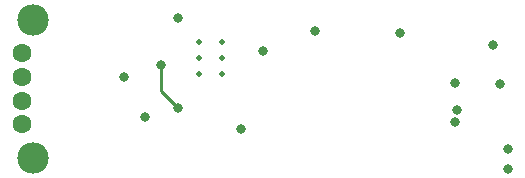
<source format=gbr>
%TF.GenerationSoftware,KiCad,Pcbnew,6.0.2+dfsg-1*%
%TF.CreationDate,2023-01-19T17:06:32-05:00*%
%TF.ProjectId,qwiic-interface,71776969-632d-4696-9e74-657266616365,rev?*%
%TF.SameCoordinates,Original*%
%TF.FileFunction,Copper,L2,Inr*%
%TF.FilePolarity,Positive*%
%FSLAX46Y46*%
G04 Gerber Fmt 4.6, Leading zero omitted, Abs format (unit mm)*
G04 Created by KiCad (PCBNEW 6.0.2+dfsg-1) date 2023-01-19 17:06:32*
%MOMM*%
%LPD*%
G01*
G04 APERTURE LIST*
%TA.AperFunction,ComponentPad*%
%ADD10C,0.500000*%
%TD*%
%TA.AperFunction,ComponentPad*%
%ADD11C,1.600200*%
%TD*%
%TA.AperFunction,ComponentPad*%
%ADD12C,2.667000*%
%TD*%
%TA.AperFunction,ViaPad*%
%ADD13C,0.800000*%
%TD*%
%TA.AperFunction,Conductor*%
%ADD14C,0.250000*%
%TD*%
G04 APERTURE END LIST*
D10*
%TO.N,GND*%
%TO.C,U1*%
X131250000Y-65400000D03*
X133150000Y-66750000D03*
X133150000Y-64050000D03*
X131250000Y-64050000D03*
X133150000Y-65400000D03*
X131250000Y-66750000D03*
%TD*%
D11*
%TO.N,+BATT*%
%TO.C,J1*%
X116222800Y-65010001D03*
%TO.N,SDA*%
X116222800Y-67010000D03*
%TO.N,SCL*%
X116222800Y-69010001D03*
%TO.N,GND*%
X116222800Y-71009999D03*
D12*
%TO.N,N/C*%
X117122801Y-62159999D03*
X117122801Y-73860001D03*
%TD*%
D13*
%TO.N,+3V3*%
X156700000Y-67600000D03*
%TO.N,GND*%
X157400000Y-74800000D03*
%TO.N,+3V3*%
X148200000Y-63300000D03*
%TO.N,Net-(R5-Pad2)*%
X141000000Y-63100000D03*
%TO.N,+3V3*%
X157400000Y-73100000D03*
%TO.N,SDA*%
X153097540Y-69782782D03*
%TO.N,SCL*%
X152900000Y-70800000D03*
%TO.N,GND*%
X152900000Y-67500000D03*
X156100000Y-64300000D03*
%TO.N,Net-(R3-Pad1)*%
X129400000Y-62000000D03*
%TO.N,Net-(C3-Pad1)*%
X136600000Y-64800000D03*
%TO.N,GND*%
X124900000Y-67000000D03*
X126600000Y-70400000D03*
X134800000Y-71400000D03*
%TO.N,Net-(C2-Pad1)*%
X129400000Y-69600000D03*
X128000000Y-66000000D03*
%TD*%
D14*
%TO.N,Net-(C2-Pad1)*%
X128000000Y-68200000D02*
X129400000Y-69600000D01*
X128000000Y-66000000D02*
X128000000Y-68200000D01*
%TD*%
M02*

</source>
